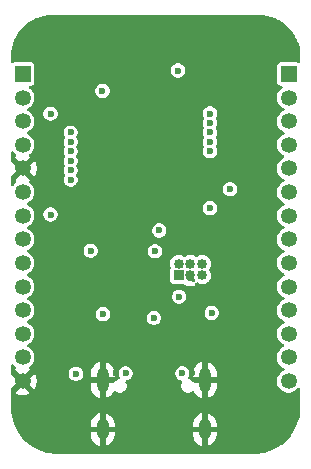
<source format=gbr>
%TF.GenerationSoftware,KiCad,Pcbnew,9.0.4*%
%TF.CreationDate,2025-12-08T21:07:13-08:00*%
%TF.ProjectId,ATmega32u4_Dev,41546d65-6761-4333-9275-345f4465762e,rev?*%
%TF.SameCoordinates,Original*%
%TF.FileFunction,Copper,L2,Inr*%
%TF.FilePolarity,Positive*%
%FSLAX46Y46*%
G04 Gerber Fmt 4.6, Leading zero omitted, Abs format (unit mm)*
G04 Created by KiCad (PCBNEW 9.0.4) date 2025-12-08 21:07:13*
%MOMM*%
%LPD*%
G01*
G04 APERTURE LIST*
%TA.AperFunction,ComponentPad*%
%ADD10R,1.350000X1.350000*%
%TD*%
%TA.AperFunction,ComponentPad*%
%ADD11C,1.350000*%
%TD*%
%TA.AperFunction,ComponentPad*%
%ADD12R,0.850000X0.850000*%
%TD*%
%TA.AperFunction,ComponentPad*%
%ADD13C,0.850000*%
%TD*%
%TA.AperFunction,ComponentPad*%
%ADD14O,1.000000X2.100000*%
%TD*%
%TA.AperFunction,ComponentPad*%
%ADD15O,1.000000X1.800000*%
%TD*%
%TA.AperFunction,ViaPad*%
%ADD16C,0.600000*%
%TD*%
G04 APERTURE END LIST*
D10*
%TO.N,/PD7*%
%TO.C,J3*%
X170250000Y-85450000D03*
D11*
%TO.N,/PD6*%
X170250000Y-87450000D03*
%TO.N,/PD4*%
X170250000Y-89450000D03*
%TO.N,/PD5*%
X170250000Y-91450000D03*
%TO.N,/PD3*%
X170250000Y-93450000D03*
%TO.N,/PD2*%
X170250000Y-95450000D03*
%TO.N,/PD1*%
X170250000Y-97450000D03*
%TO.N,/PD0*%
X170250000Y-99450000D03*
%TO.N,/PB7*%
X170250000Y-101450000D03*
%TO.N,/PB0*%
X170250000Y-103450000D03*
%TO.N,SCL*%
X170250000Y-105450000D03*
%TO.N,MOSI*%
X170250000Y-107450000D03*
%TO.N,MISO*%
X170250000Y-109450000D03*
%TO.N,Reset*%
X170250000Y-111450000D03*
%TD*%
D12*
%TO.N,MCU_5V*%
%TO.C,J2*%
X160950000Y-102500000D03*
D13*
%TO.N,SCL*%
X160950000Y-101500000D03*
%TO.N,GND*%
X161950000Y-102500000D03*
%TO.N,MOSI*%
X161950000Y-101500000D03*
%TO.N,Reset*%
X162950000Y-102500000D03*
%TO.N,MISO*%
X162950000Y-101500000D03*
%TD*%
D14*
%TO.N,GND*%
%TO.C,J1*%
X154530000Y-111370000D03*
X163170000Y-111370000D03*
D15*
X154530000Y-115550000D03*
X163170000Y-115550000D03*
%TD*%
D10*
%TO.N,/PB4*%
%TO.C,J4*%
X147750000Y-85450000D03*
D11*
%TO.N,/PB5*%
X147750000Y-87450000D03*
%TO.N,/PB6*%
X147750000Y-89450000D03*
%TO.N,/PC6*%
X147750000Y-91450000D03*
%TO.N,GND*%
X147750000Y-93450000D03*
%TO.N,/PF7*%
X147750000Y-95450000D03*
%TO.N,/PF6*%
X147750000Y-97450000D03*
%TO.N,/PF0*%
X147750000Y-99450000D03*
%TO.N,/PF1*%
X147750000Y-101450000D03*
%TO.N,/PF4*%
X147750000Y-103450000D03*
%TO.N,/PF5*%
X147750000Y-105450000D03*
%TO.N,/PE6*%
X147750000Y-107450000D03*
%TO.N,MCU_5V*%
X147750000Y-109450000D03*
%TO.N,GND*%
X147750000Y-111450000D03*
%TD*%
D16*
%TO.N,GND*%
X148450000Y-82050000D03*
X156900000Y-98700000D03*
X161850000Y-85150000D03*
X152680000Y-85150000D03*
X151800000Y-89600000D03*
X151800000Y-96000000D03*
X161950000Y-104300000D03*
X155000000Y-107550000D03*
X166250000Y-95200000D03*
X154225000Y-83700000D03*
X167450000Y-83100000D03*
X155650000Y-110795000D03*
X153500000Y-101380000D03*
X150100000Y-98310000D03*
X158850000Y-108650000D03*
X167675000Y-91050000D03*
X150400000Y-83100000D03*
X167200000Y-89500000D03*
X162725000Y-83375000D03*
X157750000Y-81325000D03*
X162750000Y-108662500D03*
X155950000Y-106940000D03*
X157950000Y-101430000D03*
X151650000Y-109400000D03*
X151200000Y-113837500D03*
X162050000Y-110795000D03*
X150100000Y-96200000D03*
X161700000Y-86900000D03*
X163600000Y-94400000D03*
X167650000Y-95750000D03*
X150100000Y-89780000D03*
X158950000Y-101430000D03*
X165925000Y-93350000D03*
X161200000Y-107040000D03*
X169575000Y-82075000D03*
X166325000Y-107975000D03*
%TO.N,MCU_5V*%
X158850000Y-106100000D03*
X150100000Y-88820000D03*
X158950000Y-100470000D03*
X160900000Y-85160000D03*
X153500000Y-100420000D03*
X160990000Y-104300000D03*
X150100000Y-97350000D03*
X163750000Y-105687500D03*
X165300000Y-95200000D03*
X154550000Y-105765000D03*
%TO.N,/VBUS*%
X156450000Y-110795000D03*
X161250000Y-110795000D03*
%TO.N,/PD2*%
X163600000Y-90400000D03*
%TO.N,/PB7*%
X163600000Y-96800000D03*
%TO.N,/PD0*%
X163600000Y-92000000D03*
%TO.N,/PB0*%
X159300000Y-98700000D03*
%TO.N,/PD3*%
X163600000Y-89600000D03*
%TO.N,/PC7*%
X154500000Y-86900000D03*
X152250000Y-110837500D03*
%TO.N,/PD1*%
X163600000Y-91200000D03*
%TO.N,/PF4*%
X151800000Y-92800000D03*
%TO.N,/PF5*%
X151800000Y-92000000D03*
%TO.N,/PD5*%
X163600000Y-88800000D03*
%TO.N,/PF7*%
X151800000Y-90400000D03*
%TO.N,/PF6*%
X151800000Y-91200000D03*
%TO.N,/PF1*%
X151800000Y-93600000D03*
%TO.N,/PF0*%
X151800000Y-94400000D03*
%TD*%
%TA.AperFunction,Conductor*%
%TO.N,GND*%
G36*
X162224184Y-102516016D02*
G01*
X162224500Y-102524861D01*
X162224500Y-102571455D01*
X162224500Y-102571457D01*
X162224499Y-102571457D01*
X162252379Y-102711614D01*
X162252381Y-102711620D01*
X162307069Y-102843650D01*
X162307074Y-102843659D01*
X162346567Y-102902764D01*
X162367445Y-102969442D01*
X162348960Y-103036822D01*
X162296981Y-103083512D01*
X162228011Y-103094688D01*
X162163948Y-103066802D01*
X162155784Y-103059336D01*
X161950001Y-102853553D01*
X161949999Y-102853553D01*
X161887179Y-102916372D01*
X161825856Y-102949856D01*
X161756164Y-102944871D01*
X161700231Y-102902999D01*
X161675815Y-102837535D01*
X161675499Y-102828713D01*
X161675499Y-102524859D01*
X161695184Y-102457822D01*
X161700000Y-102453648D01*
X161700000Y-102549728D01*
X161738060Y-102641614D01*
X161808386Y-102711940D01*
X161900272Y-102750000D01*
X161999728Y-102750000D01*
X162091614Y-102711940D01*
X162161940Y-102641614D01*
X162200000Y-102549728D01*
X162200000Y-102451176D01*
X162224184Y-102516016D01*
G37*
%TD.AperFunction*%
%TA.AperFunction,Conductor*%
G36*
X167753032Y-80450648D02*
G01*
X168086929Y-80467052D01*
X168099037Y-80468245D01*
X168202146Y-80483539D01*
X168426699Y-80516849D01*
X168438617Y-80519219D01*
X168759951Y-80599709D01*
X168771588Y-80603240D01*
X168842806Y-80628722D01*
X169083467Y-80714832D01*
X169094688Y-80719479D01*
X169394163Y-80861120D01*
X169404871Y-80866844D01*
X169688988Y-81037137D01*
X169699106Y-81043897D01*
X169965170Y-81241224D01*
X169974576Y-81248944D01*
X170220013Y-81471395D01*
X170228604Y-81479986D01*
X170415755Y-81686475D01*
X170451055Y-81725423D01*
X170458775Y-81734829D01*
X170656102Y-82000893D01*
X170662862Y-82011011D01*
X170791776Y-82226092D01*
X170833148Y-82295116D01*
X170838885Y-82305848D01*
X170980514Y-82605297D01*
X170985170Y-82616540D01*
X171096759Y-82928411D01*
X171100292Y-82940055D01*
X171180777Y-83261369D01*
X171183151Y-83273305D01*
X171231754Y-83600962D01*
X171232947Y-83613071D01*
X171249351Y-83946966D01*
X171249500Y-83953051D01*
X171249500Y-84399490D01*
X171229815Y-84466529D01*
X171177011Y-84512284D01*
X171107853Y-84522228D01*
X171075414Y-84512925D01*
X171060211Y-84506212D01*
X170994991Y-84477415D01*
X170969865Y-84474500D01*
X169530143Y-84474500D01*
X169530117Y-84474502D01*
X169505012Y-84477413D01*
X169505008Y-84477415D01*
X169402235Y-84522793D01*
X169322794Y-84602234D01*
X169277415Y-84705006D01*
X169277415Y-84705008D01*
X169274500Y-84730131D01*
X169274500Y-86169856D01*
X169274502Y-86169882D01*
X169277413Y-86194987D01*
X169277415Y-86194991D01*
X169322793Y-86297764D01*
X169322794Y-86297765D01*
X169402235Y-86377206D01*
X169505009Y-86422585D01*
X169530135Y-86425500D01*
X169618647Y-86425499D01*
X169685683Y-86445183D01*
X169731439Y-86497986D01*
X169741383Y-86567145D01*
X169712359Y-86630701D01*
X169687537Y-86652600D01*
X169628158Y-86692277D01*
X169628151Y-86692282D01*
X169492282Y-86828151D01*
X169492279Y-86828155D01*
X169385521Y-86987929D01*
X169385520Y-86987931D01*
X169311989Y-87165452D01*
X169311986Y-87165464D01*
X169274500Y-87353917D01*
X169274500Y-87546082D01*
X169311986Y-87734535D01*
X169311989Y-87734547D01*
X169385520Y-87912068D01*
X169385521Y-87912070D01*
X169492279Y-88071844D01*
X169492282Y-88071848D01*
X169628151Y-88207717D01*
X169628155Y-88207720D01*
X169787927Y-88314477D01*
X169787928Y-88314477D01*
X169787929Y-88314478D01*
X169838533Y-88335439D01*
X169892936Y-88379280D01*
X169915001Y-88445574D01*
X169897722Y-88513274D01*
X169846584Y-88560884D01*
X169838533Y-88564561D01*
X169787929Y-88585521D01*
X169628155Y-88692279D01*
X169628151Y-88692282D01*
X169492282Y-88828151D01*
X169492279Y-88828155D01*
X169385521Y-88987929D01*
X169385520Y-88987931D01*
X169311989Y-89165452D01*
X169311986Y-89165464D01*
X169274500Y-89353917D01*
X169274500Y-89546082D01*
X169311986Y-89734535D01*
X169311989Y-89734547D01*
X169385520Y-89912068D01*
X169385521Y-89912070D01*
X169492279Y-90071844D01*
X169492282Y-90071848D01*
X169628151Y-90207717D01*
X169628155Y-90207720D01*
X169787927Y-90314477D01*
X169787928Y-90314477D01*
X169787929Y-90314478D01*
X169838533Y-90335439D01*
X169892936Y-90379280D01*
X169915001Y-90445574D01*
X169897722Y-90513274D01*
X169846584Y-90560884D01*
X169838533Y-90564561D01*
X169787929Y-90585521D01*
X169628155Y-90692279D01*
X169628151Y-90692282D01*
X169492282Y-90828151D01*
X169492279Y-90828155D01*
X169385521Y-90987929D01*
X169385520Y-90987931D01*
X169311989Y-91165452D01*
X169311986Y-91165464D01*
X169274500Y-91353917D01*
X169274500Y-91546082D01*
X169311986Y-91734535D01*
X169311989Y-91734547D01*
X169385520Y-91912068D01*
X169385521Y-91912070D01*
X169492279Y-92071844D01*
X169492282Y-92071848D01*
X169628151Y-92207717D01*
X169628155Y-92207720D01*
X169787927Y-92314477D01*
X169787928Y-92314477D01*
X169787929Y-92314478D01*
X169838533Y-92335439D01*
X169892936Y-92379280D01*
X169915001Y-92445574D01*
X169897722Y-92513274D01*
X169846584Y-92560884D01*
X169838533Y-92564561D01*
X169787929Y-92585521D01*
X169628155Y-92692279D01*
X169628151Y-92692282D01*
X169492282Y-92828151D01*
X169492279Y-92828155D01*
X169385521Y-92987929D01*
X169385520Y-92987931D01*
X169311989Y-93165452D01*
X169311986Y-93165464D01*
X169274500Y-93353917D01*
X169274500Y-93546082D01*
X169311986Y-93734535D01*
X169311989Y-93734547D01*
X169385520Y-93912068D01*
X169385521Y-93912070D01*
X169492279Y-94071844D01*
X169492282Y-94071848D01*
X169628151Y-94207717D01*
X169628155Y-94207720D01*
X169787927Y-94314477D01*
X169787928Y-94314477D01*
X169787929Y-94314478D01*
X169838533Y-94335439D01*
X169892936Y-94379280D01*
X169915001Y-94445574D01*
X169897722Y-94513274D01*
X169846584Y-94560884D01*
X169838533Y-94564561D01*
X169787929Y-94585521D01*
X169628155Y-94692279D01*
X169628151Y-94692282D01*
X169492282Y-94828151D01*
X169492279Y-94828155D01*
X169385521Y-94987929D01*
X169385520Y-94987931D01*
X169311989Y-95165452D01*
X169311986Y-95165464D01*
X169274500Y-95353917D01*
X169274500Y-95546082D01*
X169311986Y-95734535D01*
X169311989Y-95734547D01*
X169385520Y-95912068D01*
X169385521Y-95912070D01*
X169492279Y-96071844D01*
X169492282Y-96071848D01*
X169628151Y-96207717D01*
X169628155Y-96207720D01*
X169787927Y-96314477D01*
X169787928Y-96314477D01*
X169787929Y-96314478D01*
X169838533Y-96335439D01*
X169892936Y-96379280D01*
X169915001Y-96445574D01*
X169897722Y-96513274D01*
X169846584Y-96560884D01*
X169838533Y-96564561D01*
X169787929Y-96585521D01*
X169628155Y-96692279D01*
X169628151Y-96692282D01*
X169492282Y-96828151D01*
X169492279Y-96828155D01*
X169385521Y-96987929D01*
X169385520Y-96987931D01*
X169311989Y-97165452D01*
X169311986Y-97165464D01*
X169274500Y-97353917D01*
X169274500Y-97546082D01*
X169311986Y-97734535D01*
X169311989Y-97734547D01*
X169385520Y-97912068D01*
X169385521Y-97912070D01*
X169492279Y-98071844D01*
X169492282Y-98071848D01*
X169628151Y-98207717D01*
X169628155Y-98207720D01*
X169787927Y-98314477D01*
X169787928Y-98314477D01*
X169787929Y-98314478D01*
X169838533Y-98335439D01*
X169892936Y-98379280D01*
X169915001Y-98445574D01*
X169897722Y-98513274D01*
X169846584Y-98560884D01*
X169838533Y-98564561D01*
X169787929Y-98585521D01*
X169628155Y-98692279D01*
X169628151Y-98692282D01*
X169492282Y-98828151D01*
X169492279Y-98828155D01*
X169385521Y-98987929D01*
X169385520Y-98987931D01*
X169311989Y-99165452D01*
X169311986Y-99165464D01*
X169274500Y-99353917D01*
X169274500Y-99546082D01*
X169311986Y-99734535D01*
X169311989Y-99734547D01*
X169385520Y-99912068D01*
X169385521Y-99912070D01*
X169492279Y-100071844D01*
X169492282Y-100071848D01*
X169628151Y-100207717D01*
X169628155Y-100207720D01*
X169787927Y-100314477D01*
X169787928Y-100314477D01*
X169787929Y-100314478D01*
X169838533Y-100335439D01*
X169892936Y-100379280D01*
X169915001Y-100445574D01*
X169897722Y-100513274D01*
X169846584Y-100560884D01*
X169838533Y-100564561D01*
X169787929Y-100585521D01*
X169628155Y-100692279D01*
X169628151Y-100692282D01*
X169492282Y-100828151D01*
X169492279Y-100828155D01*
X169385521Y-100987929D01*
X169385520Y-100987931D01*
X169311989Y-101165452D01*
X169311986Y-101165464D01*
X169274500Y-101353917D01*
X169274500Y-101546082D01*
X169311986Y-101734535D01*
X169311989Y-101734547D01*
X169385520Y-101912068D01*
X169385521Y-101912070D01*
X169492279Y-102071844D01*
X169492282Y-102071848D01*
X169628151Y-102207717D01*
X169628155Y-102207720D01*
X169787927Y-102314477D01*
X169787928Y-102314477D01*
X169787929Y-102314478D01*
X169838533Y-102335439D01*
X169892936Y-102379280D01*
X169915001Y-102445574D01*
X169897722Y-102513274D01*
X169846584Y-102560884D01*
X169838533Y-102564561D01*
X169787929Y-102585521D01*
X169628155Y-102692279D01*
X169628151Y-102692282D01*
X169492282Y-102828151D01*
X169492279Y-102828155D01*
X169385521Y-102987929D01*
X169385520Y-102987931D01*
X169311989Y-103165452D01*
X169311986Y-103165464D01*
X169274500Y-103353917D01*
X169274500Y-103546082D01*
X169311986Y-103734535D01*
X169311989Y-103734547D01*
X169385520Y-103912068D01*
X169385521Y-103912070D01*
X169492279Y-104071844D01*
X169492282Y-104071848D01*
X169628151Y-104207717D01*
X169628155Y-104207720D01*
X169787927Y-104314477D01*
X169787928Y-104314477D01*
X169787929Y-104314478D01*
X169838533Y-104335439D01*
X169892936Y-104379280D01*
X169915001Y-104445574D01*
X169897722Y-104513274D01*
X169846584Y-104560884D01*
X169838533Y-104564561D01*
X169787929Y-104585521D01*
X169628155Y-104692279D01*
X169628151Y-104692282D01*
X169492282Y-104828151D01*
X169492279Y-104828155D01*
X169385521Y-104987929D01*
X169385520Y-104987931D01*
X169311989Y-105165452D01*
X169311986Y-105165464D01*
X169274500Y-105353917D01*
X169274500Y-105546082D01*
X169311986Y-105734535D01*
X169311989Y-105734547D01*
X169385520Y-105912068D01*
X169385521Y-105912070D01*
X169492279Y-106071844D01*
X169492282Y-106071848D01*
X169628151Y-106207717D01*
X169628155Y-106207720D01*
X169787927Y-106314477D01*
X169787928Y-106314477D01*
X169787929Y-106314478D01*
X169838533Y-106335439D01*
X169892936Y-106379280D01*
X169915001Y-106445574D01*
X169897722Y-106513274D01*
X169846584Y-106560884D01*
X169838533Y-106564561D01*
X169787929Y-106585521D01*
X169628155Y-106692279D01*
X169628151Y-106692282D01*
X169492282Y-106828151D01*
X169492279Y-106828155D01*
X169385521Y-106987929D01*
X169385520Y-106987931D01*
X169311989Y-107165452D01*
X169311986Y-107165464D01*
X169274500Y-107353917D01*
X169274500Y-107546082D01*
X169311986Y-107734535D01*
X169311989Y-107734547D01*
X169385520Y-107912068D01*
X169385521Y-107912070D01*
X169492279Y-108071844D01*
X169492282Y-108071848D01*
X169628151Y-108207717D01*
X169628155Y-108207720D01*
X169787927Y-108314477D01*
X169787928Y-108314477D01*
X169787929Y-108314478D01*
X169838533Y-108335439D01*
X169892936Y-108379280D01*
X169915001Y-108445574D01*
X169897722Y-108513274D01*
X169846584Y-108560884D01*
X169838533Y-108564561D01*
X169787929Y-108585521D01*
X169628155Y-108692279D01*
X169628151Y-108692282D01*
X169492282Y-108828151D01*
X169492279Y-108828155D01*
X169385521Y-108987929D01*
X169385520Y-108987931D01*
X169311989Y-109165452D01*
X169311986Y-109165464D01*
X169274500Y-109353917D01*
X169274500Y-109546082D01*
X169311986Y-109734535D01*
X169311989Y-109734547D01*
X169385520Y-109912068D01*
X169385521Y-109912070D01*
X169492279Y-110071844D01*
X169492282Y-110071848D01*
X169628151Y-110207717D01*
X169628155Y-110207720D01*
X169787927Y-110314477D01*
X169787928Y-110314477D01*
X169787929Y-110314478D01*
X169838533Y-110335439D01*
X169892936Y-110379280D01*
X169915001Y-110445574D01*
X169897722Y-110513274D01*
X169846584Y-110560884D01*
X169838533Y-110564561D01*
X169787929Y-110585521D01*
X169628155Y-110692279D01*
X169628151Y-110692282D01*
X169492282Y-110828151D01*
X169492279Y-110828155D01*
X169385521Y-110987929D01*
X169385520Y-110987931D01*
X169311989Y-111165452D01*
X169311986Y-111165464D01*
X169274500Y-111353917D01*
X169274500Y-111546082D01*
X169311986Y-111734535D01*
X169311989Y-111734547D01*
X169385520Y-111912068D01*
X169385521Y-111912070D01*
X169492279Y-112071844D01*
X169492282Y-112071848D01*
X169628151Y-112207717D01*
X169628155Y-112207720D01*
X169787927Y-112314477D01*
X169787928Y-112314477D01*
X169787929Y-112314478D01*
X169787931Y-112314479D01*
X169965452Y-112388010D01*
X169965457Y-112388012D01*
X170153917Y-112425499D01*
X170153920Y-112425500D01*
X170153922Y-112425500D01*
X170346080Y-112425500D01*
X170346081Y-112425499D01*
X170534543Y-112388012D01*
X170712073Y-112314477D01*
X170871845Y-112207720D01*
X171007720Y-112071845D01*
X171022397Y-112049878D01*
X171076009Y-112005073D01*
X171145334Y-111996366D01*
X171208362Y-112026520D01*
X171245082Y-112085963D01*
X171249500Y-112118769D01*
X171249500Y-113647128D01*
X171249368Y-113652855D01*
X171232703Y-114013303D01*
X171231646Y-114024707D01*
X171182192Y-114379231D01*
X171180087Y-114390490D01*
X171098135Y-114738931D01*
X171095001Y-114749947D01*
X170981243Y-115089355D01*
X170977105Y-115100035D01*
X170832523Y-115427482D01*
X170827418Y-115437735D01*
X170653234Y-115750452D01*
X170647205Y-115760190D01*
X170444906Y-116055512D01*
X170438003Y-116064652D01*
X170209328Y-116340035D01*
X170201612Y-116348499D01*
X169948499Y-116601612D01*
X169940035Y-116609328D01*
X169664652Y-116838003D01*
X169655512Y-116844906D01*
X169360190Y-117047205D01*
X169350452Y-117053234D01*
X169037735Y-117227418D01*
X169027482Y-117232523D01*
X168700035Y-117377105D01*
X168689355Y-117381243D01*
X168349947Y-117495001D01*
X168338931Y-117498135D01*
X167990490Y-117580087D01*
X167979231Y-117582192D01*
X167624707Y-117631646D01*
X167613303Y-117632703D01*
X167252855Y-117649368D01*
X167247128Y-117649500D01*
X150752872Y-117649500D01*
X150747145Y-117649368D01*
X150386696Y-117632703D01*
X150375292Y-117631646D01*
X150020768Y-117582192D01*
X150009509Y-117580087D01*
X149661068Y-117498135D01*
X149650052Y-117495001D01*
X149310644Y-117381243D01*
X149299964Y-117377105D01*
X148972517Y-117232523D01*
X148962264Y-117227418D01*
X148649547Y-117053234D01*
X148639809Y-117047205D01*
X148344487Y-116844906D01*
X148335347Y-116838003D01*
X148059964Y-116609328D01*
X148051500Y-116601612D01*
X147798387Y-116348499D01*
X147790671Y-116340035D01*
X147708999Y-116241681D01*
X147561994Y-116064649D01*
X147555093Y-116055512D01*
X147550286Y-116048495D01*
X147392884Y-115818714D01*
X147352794Y-115760189D01*
X147346765Y-115750452D01*
X147257283Y-115589803D01*
X147172579Y-115437731D01*
X147167476Y-115427482D01*
X147022889Y-115100022D01*
X147018763Y-115089376D01*
X147006070Y-115051504D01*
X153530000Y-115051504D01*
X153530000Y-115300000D01*
X154230000Y-115300000D01*
X154230000Y-115800000D01*
X153530000Y-115800000D01*
X153530000Y-116048495D01*
X153568427Y-116241681D01*
X153568430Y-116241693D01*
X153643807Y-116423671D01*
X153643814Y-116423684D01*
X153753248Y-116587462D01*
X153753251Y-116587466D01*
X153892533Y-116726748D01*
X153892537Y-116726751D01*
X154056315Y-116836185D01*
X154056328Y-116836192D01*
X154238308Y-116911569D01*
X154280000Y-116919862D01*
X154280000Y-116116988D01*
X154289940Y-116134205D01*
X154345795Y-116190060D01*
X154414204Y-116229556D01*
X154490504Y-116250000D01*
X154569496Y-116250000D01*
X154645796Y-116229556D01*
X154714205Y-116190060D01*
X154770060Y-116134205D01*
X154780000Y-116116988D01*
X154780000Y-116919862D01*
X154821690Y-116911569D01*
X154821692Y-116911569D01*
X155003671Y-116836192D01*
X155003684Y-116836185D01*
X155167462Y-116726751D01*
X155167466Y-116726748D01*
X155306748Y-116587466D01*
X155306751Y-116587462D01*
X155416185Y-116423684D01*
X155416192Y-116423671D01*
X155491569Y-116241693D01*
X155491572Y-116241681D01*
X155529999Y-116048495D01*
X155530000Y-116048492D01*
X155530000Y-115800000D01*
X154830000Y-115800000D01*
X154830000Y-115300000D01*
X155530000Y-115300000D01*
X155530000Y-115051508D01*
X155529999Y-115051504D01*
X162170000Y-115051504D01*
X162170000Y-115300000D01*
X162870000Y-115300000D01*
X162870000Y-115800000D01*
X162170000Y-115800000D01*
X162170000Y-116048495D01*
X162208427Y-116241681D01*
X162208430Y-116241693D01*
X162283807Y-116423671D01*
X162283814Y-116423684D01*
X162393248Y-116587462D01*
X162393251Y-116587466D01*
X162532533Y-116726748D01*
X162532537Y-116726751D01*
X162696315Y-116836185D01*
X162696328Y-116836192D01*
X162878308Y-116911569D01*
X162920000Y-116919862D01*
X162920000Y-116116988D01*
X162929940Y-116134205D01*
X162985795Y-116190060D01*
X163054204Y-116229556D01*
X163130504Y-116250000D01*
X163209496Y-116250000D01*
X163285796Y-116229556D01*
X163354205Y-116190060D01*
X163410060Y-116134205D01*
X163420000Y-116116988D01*
X163420000Y-116919862D01*
X163461690Y-116911569D01*
X163461692Y-116911569D01*
X163643671Y-116836192D01*
X163643684Y-116836185D01*
X163807462Y-116726751D01*
X163807466Y-116726748D01*
X163946748Y-116587466D01*
X163946751Y-116587462D01*
X164056185Y-116423684D01*
X164056192Y-116423671D01*
X164131569Y-116241693D01*
X164131572Y-116241681D01*
X164169999Y-116048495D01*
X164170000Y-116048492D01*
X164170000Y-115800000D01*
X163470000Y-115800000D01*
X163470000Y-115300000D01*
X164170000Y-115300000D01*
X164170000Y-115051508D01*
X164169999Y-115051504D01*
X164131572Y-114858318D01*
X164131569Y-114858306D01*
X164056192Y-114676328D01*
X164056185Y-114676315D01*
X163946751Y-114512537D01*
X163946748Y-114512533D01*
X163807466Y-114373251D01*
X163807462Y-114373248D01*
X163643684Y-114263814D01*
X163643671Y-114263807D01*
X163461691Y-114188429D01*
X163461683Y-114188427D01*
X163420000Y-114180135D01*
X163420000Y-114983011D01*
X163410060Y-114965795D01*
X163354205Y-114909940D01*
X163285796Y-114870444D01*
X163209496Y-114850000D01*
X163130504Y-114850000D01*
X163054204Y-114870444D01*
X162985795Y-114909940D01*
X162929940Y-114965795D01*
X162920000Y-114983011D01*
X162920000Y-114180136D01*
X162919999Y-114180135D01*
X162878316Y-114188427D01*
X162878308Y-114188429D01*
X162696328Y-114263807D01*
X162696315Y-114263814D01*
X162532537Y-114373248D01*
X162532533Y-114373251D01*
X162393251Y-114512533D01*
X162393248Y-114512537D01*
X162283814Y-114676315D01*
X162283807Y-114676328D01*
X162208430Y-114858306D01*
X162208427Y-114858318D01*
X162170000Y-115051504D01*
X155529999Y-115051504D01*
X155491572Y-114858318D01*
X155491569Y-114858306D01*
X155416192Y-114676328D01*
X155416185Y-114676315D01*
X155306751Y-114512537D01*
X155306748Y-114512533D01*
X155167466Y-114373251D01*
X155167462Y-114373248D01*
X155003684Y-114263814D01*
X155003671Y-114263807D01*
X154821691Y-114188429D01*
X154821683Y-114188427D01*
X154780000Y-114180135D01*
X154780000Y-114983011D01*
X154770060Y-114965795D01*
X154714205Y-114909940D01*
X154645796Y-114870444D01*
X154569496Y-114850000D01*
X154490504Y-114850000D01*
X154414204Y-114870444D01*
X154345795Y-114909940D01*
X154289940Y-114965795D01*
X154280000Y-114983011D01*
X154280000Y-114180136D01*
X154279999Y-114180135D01*
X154238316Y-114188427D01*
X154238308Y-114188429D01*
X154056328Y-114263807D01*
X154056315Y-114263814D01*
X153892537Y-114373248D01*
X153892533Y-114373251D01*
X153753251Y-114512533D01*
X153753248Y-114512537D01*
X153643814Y-114676315D01*
X153643807Y-114676328D01*
X153568430Y-114858306D01*
X153568427Y-114858318D01*
X153530000Y-115051504D01*
X147006070Y-115051504D01*
X146904994Y-114749934D01*
X146901867Y-114738944D01*
X146819910Y-114390482D01*
X146817807Y-114379231D01*
X146816972Y-114373248D01*
X146768352Y-114024700D01*
X146767296Y-114013303D01*
X146750632Y-113652855D01*
X146750500Y-113647128D01*
X146750500Y-112147309D01*
X146770185Y-112080270D01*
X146786819Y-112059628D01*
X147350000Y-111496447D01*
X147350000Y-111502661D01*
X147377259Y-111604394D01*
X147429920Y-111695606D01*
X147504394Y-111770080D01*
X147595606Y-111822741D01*
X147697339Y-111850000D01*
X147703553Y-111850000D01*
X147113568Y-112439983D01*
X147113568Y-112439984D01*
X147134165Y-112454949D01*
X147298956Y-112538915D01*
X147298959Y-112538916D01*
X147474852Y-112596066D01*
X147657527Y-112625000D01*
X147842473Y-112625000D01*
X148025147Y-112596066D01*
X148201040Y-112538916D01*
X148201043Y-112538915D01*
X148365836Y-112454947D01*
X148365845Y-112454942D01*
X148386430Y-112439984D01*
X148386431Y-112439983D01*
X147796448Y-111850000D01*
X147802661Y-111850000D01*
X147904394Y-111822741D01*
X147995606Y-111770080D01*
X148070080Y-111695606D01*
X148122741Y-111604394D01*
X148150000Y-111502661D01*
X148150000Y-111496448D01*
X148739983Y-112086431D01*
X148739984Y-112086430D01*
X148754942Y-112065845D01*
X148754947Y-112065836D01*
X148838915Y-111901043D01*
X148838916Y-111901040D01*
X148896066Y-111725147D01*
X148923928Y-111549240D01*
X148923928Y-111549238D01*
X148925000Y-111542470D01*
X148925000Y-111357526D01*
X148896066Y-111174852D01*
X148838916Y-110998959D01*
X148838915Y-110998956D01*
X148754948Y-110834163D01*
X148754946Y-110834159D01*
X148746986Y-110823204D01*
X148746985Y-110823203D01*
X148739985Y-110813568D01*
X148739983Y-110813568D01*
X148150000Y-111403551D01*
X148150000Y-111397339D01*
X148122741Y-111295606D01*
X148070080Y-111204394D01*
X147995606Y-111129920D01*
X147904394Y-111077259D01*
X147802661Y-111050000D01*
X147796447Y-111050000D01*
X148088004Y-110758443D01*
X151649500Y-110758443D01*
X151649500Y-110916557D01*
X151668624Y-110987927D01*
X151690423Y-111069283D01*
X151690426Y-111069290D01*
X151769475Y-111206209D01*
X151769479Y-111206214D01*
X151769480Y-111206216D01*
X151881284Y-111318020D01*
X151881286Y-111318021D01*
X151881290Y-111318024D01*
X152018209Y-111397073D01*
X152018216Y-111397077D01*
X152170943Y-111438000D01*
X152170945Y-111438000D01*
X152329055Y-111438000D01*
X152329057Y-111438000D01*
X152481784Y-111397077D01*
X152618716Y-111318020D01*
X152730520Y-111206216D01*
X152809577Y-111069284D01*
X152850500Y-110916557D01*
X152850500Y-110758443D01*
X152840602Y-110721504D01*
X153530000Y-110721504D01*
X153530000Y-111120000D01*
X154230000Y-111120000D01*
X154230000Y-111620000D01*
X153530000Y-111620000D01*
X153530000Y-112018495D01*
X153568427Y-112211681D01*
X153568430Y-112211693D01*
X153643807Y-112393671D01*
X153643814Y-112393684D01*
X153753248Y-112557462D01*
X153753251Y-112557466D01*
X153892533Y-112696748D01*
X153892537Y-112696751D01*
X154056315Y-112806185D01*
X154056328Y-112806192D01*
X154238308Y-112881569D01*
X154280000Y-112889862D01*
X154280000Y-112086988D01*
X154289940Y-112104205D01*
X154345795Y-112160060D01*
X154414204Y-112199556D01*
X154490504Y-112220000D01*
X154569496Y-112220000D01*
X154645796Y-112199556D01*
X154714205Y-112160060D01*
X154770060Y-112104205D01*
X154780000Y-112086988D01*
X154780000Y-112889862D01*
X154821690Y-112881569D01*
X154821692Y-112881569D01*
X155003671Y-112806192D01*
X155003684Y-112806185D01*
X155167462Y-112696751D01*
X155167466Y-112696748D01*
X155306748Y-112557466D01*
X155306751Y-112557462D01*
X155416185Y-112393684D01*
X155416186Y-112393682D01*
X155420129Y-112384163D01*
X155463968Y-112329757D01*
X155530261Y-112307689D01*
X155597961Y-112324965D01*
X155603400Y-112328647D01*
X155606634Y-112330514D01*
X155606635Y-112330515D01*
X155737865Y-112406281D01*
X155884234Y-112445500D01*
X155884236Y-112445500D01*
X156035764Y-112445500D01*
X156035766Y-112445500D01*
X156182135Y-112406281D01*
X156313365Y-112330515D01*
X156420515Y-112223365D01*
X156496281Y-112092135D01*
X156535500Y-111945766D01*
X156535500Y-111794234D01*
X156496281Y-111647865D01*
X156455288Y-111576864D01*
X156438816Y-111508966D01*
X156461668Y-111442939D01*
X156516589Y-111399748D01*
X156530565Y-111395095D01*
X156681784Y-111354577D01*
X156818716Y-111275520D01*
X156930520Y-111163716D01*
X157009577Y-111026784D01*
X157050500Y-110874057D01*
X157050500Y-110715943D01*
X160649500Y-110715943D01*
X160649500Y-110874057D01*
X160682968Y-110998959D01*
X160690423Y-111026783D01*
X160690426Y-111026790D01*
X160769475Y-111163709D01*
X160769479Y-111163714D01*
X160769480Y-111163716D01*
X160881284Y-111275520D01*
X160881286Y-111275521D01*
X160881290Y-111275524D01*
X160982090Y-111333720D01*
X161018216Y-111354577D01*
X161169418Y-111395091D01*
X161229077Y-111431455D01*
X161259606Y-111494302D01*
X161251311Y-111563677D01*
X161244710Y-111576865D01*
X161203720Y-111647861D01*
X161203720Y-111647862D01*
X161164500Y-111794234D01*
X161164500Y-111945765D01*
X161203719Y-112092136D01*
X161219096Y-112118769D01*
X161279485Y-112223365D01*
X161386635Y-112330515D01*
X161517865Y-112406281D01*
X161664234Y-112445500D01*
X161664236Y-112445500D01*
X161815764Y-112445500D01*
X161815766Y-112445500D01*
X161962135Y-112406281D01*
X162093365Y-112330515D01*
X162093366Y-112330513D01*
X162100403Y-112326451D01*
X162101676Y-112328656D01*
X162154956Y-112308043D01*
X162223405Y-112322063D01*
X162273407Y-112370864D01*
X162279867Y-112384157D01*
X162283809Y-112393674D01*
X162283814Y-112393684D01*
X162393248Y-112557462D01*
X162393251Y-112557466D01*
X162532533Y-112696748D01*
X162532537Y-112696751D01*
X162696315Y-112806185D01*
X162696328Y-112806192D01*
X162878308Y-112881569D01*
X162920000Y-112889862D01*
X162920000Y-112086988D01*
X162929940Y-112104205D01*
X162985795Y-112160060D01*
X163054204Y-112199556D01*
X163130504Y-112220000D01*
X163209496Y-112220000D01*
X163285796Y-112199556D01*
X163354205Y-112160060D01*
X163410060Y-112104205D01*
X163420000Y-112086988D01*
X163420000Y-112889862D01*
X163461690Y-112881569D01*
X163461692Y-112881569D01*
X163643671Y-112806192D01*
X163643684Y-112806185D01*
X163807462Y-112696751D01*
X163807466Y-112696748D01*
X163946748Y-112557466D01*
X163946751Y-112557462D01*
X164056185Y-112393684D01*
X164056192Y-112393671D01*
X164131569Y-112211693D01*
X164131572Y-112211681D01*
X164169999Y-112018495D01*
X164170000Y-112018492D01*
X164170000Y-111620000D01*
X163470000Y-111620000D01*
X163470000Y-111120000D01*
X164170000Y-111120000D01*
X164170000Y-110721508D01*
X164169999Y-110721504D01*
X164131572Y-110528318D01*
X164131569Y-110528306D01*
X164056192Y-110346328D01*
X164056185Y-110346315D01*
X163946751Y-110182537D01*
X163946748Y-110182533D01*
X163807466Y-110043251D01*
X163807462Y-110043248D01*
X163643684Y-109933814D01*
X163643671Y-109933807D01*
X163461691Y-109858429D01*
X163461683Y-109858427D01*
X163420000Y-109850135D01*
X163420000Y-110653011D01*
X163410060Y-110635795D01*
X163354205Y-110579940D01*
X163285796Y-110540444D01*
X163209496Y-110520000D01*
X163130504Y-110520000D01*
X163054204Y-110540444D01*
X162985795Y-110579940D01*
X162929940Y-110635795D01*
X162920000Y-110653011D01*
X162920000Y-109850136D01*
X162919999Y-109850135D01*
X162878316Y-109858427D01*
X162878308Y-109858429D01*
X162696328Y-109933807D01*
X162696315Y-109933814D01*
X162532537Y-110043248D01*
X162532533Y-110043251D01*
X162393251Y-110182533D01*
X162393248Y-110182537D01*
X162283814Y-110346315D01*
X162283807Y-110346328D01*
X162208430Y-110528306D01*
X162208427Y-110528318D01*
X162170000Y-110721504D01*
X162170000Y-111120000D01*
X162870000Y-111120000D01*
X162870000Y-111620000D01*
X162331784Y-111620000D01*
X162264745Y-111600315D01*
X162224397Y-111558000D01*
X162200515Y-111516635D01*
X162093365Y-111409485D01*
X162003370Y-111357526D01*
X161962136Y-111333719D01*
X161877482Y-111311036D01*
X161832641Y-111299021D01*
X161772981Y-111262657D01*
X161742452Y-111199810D01*
X161750747Y-111130435D01*
X161757343Y-111117255D01*
X161809577Y-111026784D01*
X161850500Y-110874057D01*
X161850500Y-110715943D01*
X161809577Y-110563216D01*
X161785042Y-110520720D01*
X161730524Y-110426290D01*
X161730518Y-110426282D01*
X161618717Y-110314481D01*
X161618709Y-110314475D01*
X161481790Y-110235426D01*
X161481786Y-110235424D01*
X161481784Y-110235423D01*
X161329057Y-110194500D01*
X161170943Y-110194500D01*
X161018216Y-110235423D01*
X161018209Y-110235426D01*
X160881290Y-110314475D01*
X160881282Y-110314481D01*
X160769481Y-110426282D01*
X160769475Y-110426290D01*
X160690426Y-110563209D01*
X160690423Y-110563216D01*
X160649500Y-110715943D01*
X157050500Y-110715943D01*
X157009577Y-110563216D01*
X156985042Y-110520720D01*
X156930524Y-110426290D01*
X156930518Y-110426282D01*
X156818717Y-110314481D01*
X156818709Y-110314475D01*
X156681790Y-110235426D01*
X156681786Y-110235424D01*
X156681784Y-110235423D01*
X156529057Y-110194500D01*
X156370943Y-110194500D01*
X156218216Y-110235423D01*
X156218209Y-110235426D01*
X156081290Y-110314475D01*
X156081282Y-110314481D01*
X155969481Y-110426282D01*
X155969475Y-110426290D01*
X155890426Y-110563209D01*
X155890423Y-110563216D01*
X155849500Y-110715943D01*
X155849500Y-110874057D01*
X155890423Y-111026784D01*
X155919564Y-111077259D01*
X155942652Y-111117248D01*
X155959124Y-111185148D01*
X155936271Y-111251175D01*
X155881349Y-111294365D01*
X155867360Y-111299021D01*
X155737865Y-111333719D01*
X155737863Y-111333719D01*
X155737863Y-111333720D01*
X155606635Y-111409485D01*
X155606632Y-111409487D01*
X155499487Y-111516632D01*
X155499485Y-111516635D01*
X155480661Y-111549240D01*
X155475603Y-111558000D01*
X155425036Y-111606216D01*
X155368216Y-111620000D01*
X154830000Y-111620000D01*
X154830000Y-111120000D01*
X155530000Y-111120000D01*
X155530000Y-110721508D01*
X155529999Y-110721504D01*
X155491572Y-110528318D01*
X155491569Y-110528306D01*
X155416192Y-110346328D01*
X155416185Y-110346315D01*
X155306751Y-110182537D01*
X155306748Y-110182533D01*
X155167466Y-110043251D01*
X155167462Y-110043248D01*
X155003684Y-109933814D01*
X155003671Y-109933807D01*
X154821691Y-109858429D01*
X154821683Y-109858427D01*
X154780000Y-109850135D01*
X154780000Y-110653011D01*
X154770060Y-110635795D01*
X154714205Y-110579940D01*
X154645796Y-110540444D01*
X154569496Y-110520000D01*
X154490504Y-110520000D01*
X154414204Y-110540444D01*
X154345795Y-110579940D01*
X154289940Y-110635795D01*
X154280000Y-110653011D01*
X154280000Y-109850136D01*
X154279999Y-109850135D01*
X154238316Y-109858427D01*
X154238308Y-109858429D01*
X154056328Y-109933807D01*
X154056315Y-109933814D01*
X153892537Y-110043248D01*
X153892533Y-110043251D01*
X153753251Y-110182533D01*
X153753248Y-110182537D01*
X153643814Y-110346315D01*
X153643807Y-110346328D01*
X153568430Y-110528306D01*
X153568427Y-110528318D01*
X153530000Y-110721504D01*
X152840602Y-110721504D01*
X152809577Y-110605716D01*
X152794695Y-110579940D01*
X152730524Y-110468790D01*
X152730518Y-110468782D01*
X152618717Y-110356981D01*
X152618709Y-110356975D01*
X152481790Y-110277926D01*
X152481786Y-110277924D01*
X152481784Y-110277923D01*
X152329057Y-110237000D01*
X152170943Y-110237000D01*
X152018216Y-110277923D01*
X152018209Y-110277926D01*
X151881290Y-110356975D01*
X151881282Y-110356981D01*
X151769481Y-110468782D01*
X151769475Y-110468790D01*
X151690426Y-110605709D01*
X151690423Y-110605716D01*
X151649500Y-110758443D01*
X148088004Y-110758443D01*
X148386431Y-110460016D01*
X148386430Y-110460015D01*
X148365834Y-110445050D01*
X148356232Y-110440158D01*
X148305435Y-110392184D01*
X148288639Y-110324364D01*
X148311175Y-110258228D01*
X148343633Y-110226570D01*
X148371845Y-110207720D01*
X148507720Y-110071845D01*
X148614477Y-109912073D01*
X148688012Y-109734543D01*
X148725500Y-109546078D01*
X148725500Y-109353922D01*
X148725500Y-109353919D01*
X148725499Y-109353917D01*
X148688013Y-109165464D01*
X148688012Y-109165457D01*
X148614477Y-108987927D01*
X148507720Y-108828155D01*
X148507717Y-108828151D01*
X148371848Y-108692282D01*
X148371844Y-108692279D01*
X148212070Y-108585521D01*
X148212068Y-108585520D01*
X148161467Y-108564561D01*
X148107063Y-108520720D01*
X148084998Y-108454426D01*
X148102277Y-108386727D01*
X148153414Y-108339116D01*
X148161467Y-108335439D01*
X148212068Y-108314479D01*
X148212067Y-108314479D01*
X148212073Y-108314477D01*
X148371845Y-108207720D01*
X148507720Y-108071845D01*
X148614477Y-107912073D01*
X148688012Y-107734543D01*
X148725500Y-107546078D01*
X148725500Y-107353922D01*
X148725500Y-107353919D01*
X148725499Y-107353917D01*
X148688013Y-107165464D01*
X148688012Y-107165457D01*
X148614477Y-106987927D01*
X148507720Y-106828155D01*
X148507717Y-106828151D01*
X148371848Y-106692282D01*
X148371844Y-106692279D01*
X148212070Y-106585521D01*
X148212068Y-106585520D01*
X148161467Y-106564561D01*
X148107063Y-106520720D01*
X148084998Y-106454426D01*
X148102277Y-106386727D01*
X148153414Y-106339116D01*
X148161467Y-106335439D01*
X148212068Y-106314479D01*
X148212067Y-106314479D01*
X148212073Y-106314477D01*
X148371845Y-106207720D01*
X148507720Y-106071845D01*
X148614477Y-105912073D01*
X148688012Y-105734543D01*
X148697679Y-105685943D01*
X153949500Y-105685943D01*
X153949500Y-105844057D01*
X153990222Y-105996031D01*
X153990423Y-105996783D01*
X153990426Y-105996790D01*
X154069475Y-106133709D01*
X154069479Y-106133714D01*
X154069480Y-106133716D01*
X154181284Y-106245520D01*
X154181286Y-106245521D01*
X154181290Y-106245524D01*
X154318209Y-106324573D01*
X154318216Y-106324577D01*
X154470943Y-106365500D01*
X154470945Y-106365500D01*
X154629055Y-106365500D01*
X154629057Y-106365500D01*
X154781784Y-106324577D01*
X154918716Y-106245520D01*
X155030520Y-106133716D01*
X155095629Y-106020943D01*
X158249500Y-106020943D01*
X158249500Y-106179057D01*
X158257180Y-106207717D01*
X158290423Y-106331783D01*
X158290426Y-106331790D01*
X158369475Y-106468709D01*
X158369479Y-106468714D01*
X158369480Y-106468716D01*
X158481284Y-106580520D01*
X158481286Y-106580521D01*
X158481290Y-106580524D01*
X158618209Y-106659573D01*
X158618216Y-106659577D01*
X158770943Y-106700500D01*
X158770945Y-106700500D01*
X158929055Y-106700500D01*
X158929057Y-106700500D01*
X159081784Y-106659577D01*
X159218716Y-106580520D01*
X159330520Y-106468716D01*
X159409577Y-106331784D01*
X159450500Y-106179057D01*
X159450500Y-106020943D01*
X159409577Y-105868216D01*
X159350885Y-105766557D01*
X159330524Y-105731290D01*
X159330518Y-105731282D01*
X159218717Y-105619481D01*
X159218709Y-105619475D01*
X159199601Y-105608443D01*
X163149500Y-105608443D01*
X163149500Y-105766557D01*
X163188490Y-105912068D01*
X163190423Y-105919283D01*
X163190426Y-105919290D01*
X163269475Y-106056209D01*
X163269479Y-106056214D01*
X163269480Y-106056216D01*
X163381284Y-106168020D01*
X163381286Y-106168021D01*
X163381290Y-106168024D01*
X163450047Y-106207720D01*
X163518216Y-106247077D01*
X163670943Y-106288000D01*
X163670945Y-106288000D01*
X163829055Y-106288000D01*
X163829057Y-106288000D01*
X163981784Y-106247077D01*
X164118716Y-106168020D01*
X164230520Y-106056216D01*
X164309577Y-105919284D01*
X164350500Y-105766557D01*
X164350500Y-105608443D01*
X164309577Y-105455716D01*
X164250804Y-105353917D01*
X164230524Y-105318790D01*
X164230518Y-105318782D01*
X164118717Y-105206981D01*
X164118709Y-105206975D01*
X163981790Y-105127926D01*
X163981786Y-105127924D01*
X163981784Y-105127923D01*
X163829057Y-105087000D01*
X163670943Y-105087000D01*
X163518216Y-105127923D01*
X163518209Y-105127926D01*
X163381290Y-105206975D01*
X163381282Y-105206981D01*
X163269481Y-105318782D01*
X163269475Y-105318790D01*
X163190426Y-105455709D01*
X163190423Y-105455716D01*
X163149500Y-105608443D01*
X159199601Y-105608443D01*
X159081790Y-105540426D01*
X159081786Y-105540424D01*
X159081784Y-105540423D01*
X158929057Y-105499500D01*
X158770943Y-105499500D01*
X158618216Y-105540423D01*
X158618209Y-105540426D01*
X158481290Y-105619475D01*
X158481282Y-105619481D01*
X158369481Y-105731282D01*
X158369475Y-105731290D01*
X158290426Y-105868209D01*
X158290423Y-105868216D01*
X158249500Y-106020943D01*
X155095629Y-106020943D01*
X155109577Y-105996784D01*
X155150500Y-105844057D01*
X155150500Y-105685943D01*
X155109577Y-105533216D01*
X155064829Y-105455709D01*
X155030524Y-105396290D01*
X155030518Y-105396282D01*
X154918717Y-105284481D01*
X154918709Y-105284475D01*
X154781790Y-105205426D01*
X154781786Y-105205424D01*
X154781784Y-105205423D01*
X154629057Y-105164500D01*
X154470943Y-105164500D01*
X154318216Y-105205423D01*
X154318209Y-105205426D01*
X154181290Y-105284475D01*
X154181282Y-105284481D01*
X154069481Y-105396282D01*
X154069475Y-105396290D01*
X153990426Y-105533209D01*
X153990423Y-105533216D01*
X153949500Y-105685943D01*
X148697679Y-105685943D01*
X148710900Y-105619480D01*
X148725499Y-105546082D01*
X148725500Y-105546080D01*
X148725500Y-105353919D01*
X148725499Y-105353917D01*
X148711686Y-105284475D01*
X148688012Y-105165457D01*
X148614477Y-104987927D01*
X148507720Y-104828155D01*
X148507717Y-104828151D01*
X148371848Y-104692282D01*
X148371844Y-104692279D01*
X148212070Y-104585521D01*
X148212068Y-104585520D01*
X148161467Y-104564561D01*
X148107063Y-104520720D01*
X148084998Y-104454426D01*
X148102277Y-104386727D01*
X148153414Y-104339116D01*
X148161467Y-104335439D01*
X148212068Y-104314479D01*
X148212067Y-104314479D01*
X148212073Y-104314477D01*
X148352056Y-104220943D01*
X160389500Y-104220943D01*
X160389500Y-104379057D01*
X160427459Y-104520720D01*
X160430423Y-104531783D01*
X160430426Y-104531790D01*
X160509475Y-104668709D01*
X160509479Y-104668714D01*
X160509480Y-104668716D01*
X160621284Y-104780520D01*
X160621286Y-104780521D01*
X160621290Y-104780524D01*
X160679332Y-104814034D01*
X160758216Y-104859577D01*
X160910943Y-104900500D01*
X160910945Y-104900500D01*
X161069055Y-104900500D01*
X161069057Y-104900500D01*
X161221784Y-104859577D01*
X161358716Y-104780520D01*
X161470520Y-104668716D01*
X161549577Y-104531784D01*
X161590500Y-104379057D01*
X161590500Y-104220943D01*
X161549577Y-104068216D01*
X161524659Y-104025056D01*
X161470524Y-103931290D01*
X161470518Y-103931282D01*
X161358717Y-103819481D01*
X161358709Y-103819475D01*
X161221790Y-103740426D01*
X161221786Y-103740424D01*
X161221784Y-103740423D01*
X161069057Y-103699500D01*
X160910943Y-103699500D01*
X160758216Y-103740423D01*
X160758209Y-103740426D01*
X160621290Y-103819475D01*
X160621282Y-103819481D01*
X160509481Y-103931282D01*
X160509475Y-103931290D01*
X160430426Y-104068209D01*
X160430423Y-104068216D01*
X160389500Y-104220943D01*
X148352056Y-104220943D01*
X148371845Y-104207720D01*
X148371848Y-104207717D01*
X148454431Y-104125135D01*
X148507717Y-104071848D01*
X148507718Y-104071847D01*
X148507720Y-104071845D01*
X148614477Y-103912073D01*
X148688012Y-103734543D01*
X148725500Y-103546078D01*
X148725500Y-103353922D01*
X148725500Y-103353919D01*
X148725499Y-103353917D01*
X148714374Y-103297987D01*
X148688012Y-103165457D01*
X148658699Y-103094688D01*
X148614479Y-102987931D01*
X148614478Y-102987929D01*
X148602419Y-102969882D01*
X148507720Y-102828155D01*
X148507717Y-102828151D01*
X148371848Y-102692282D01*
X148371844Y-102692279D01*
X148212070Y-102585521D01*
X148212068Y-102585520D01*
X148161467Y-102564561D01*
X148107063Y-102520720D01*
X148084998Y-102454426D01*
X148102277Y-102386727D01*
X148153414Y-102339116D01*
X148161467Y-102335439D01*
X148212068Y-102314479D01*
X148212067Y-102314479D01*
X148212073Y-102314477D01*
X148371845Y-102207720D01*
X148507720Y-102071845D01*
X148614477Y-101912073D01*
X148688012Y-101734543D01*
X148720452Y-101571457D01*
X160224499Y-101571457D01*
X160252379Y-101711614D01*
X160252382Y-101711624D01*
X160283558Y-101786890D01*
X160291027Y-101856359D01*
X160276653Y-101891379D01*
X160277435Y-101891725D01*
X160272794Y-101902234D01*
X160272794Y-101902235D01*
X160268450Y-101912073D01*
X160227415Y-102005006D01*
X160227415Y-102005008D01*
X160224500Y-102030131D01*
X160224500Y-102969856D01*
X160224502Y-102969882D01*
X160227413Y-102994987D01*
X160227415Y-102994991D01*
X160272793Y-103097764D01*
X160272794Y-103097765D01*
X160352235Y-103177206D01*
X160455009Y-103222585D01*
X160480135Y-103225500D01*
X161374488Y-103225499D01*
X161441527Y-103245183D01*
X161487282Y-103297987D01*
X161489031Y-103304478D01*
X161511849Y-103319725D01*
X161511855Y-103319728D01*
X161680182Y-103389451D01*
X161680194Y-103389454D01*
X161858890Y-103424999D01*
X161858894Y-103425000D01*
X162041106Y-103425000D01*
X162041109Y-103424999D01*
X162219805Y-103389454D01*
X162219813Y-103389452D01*
X162388151Y-103319724D01*
X162388154Y-103319723D01*
X162404947Y-103308500D01*
X162404948Y-103308500D01*
X162390663Y-103294215D01*
X162357178Y-103232892D01*
X162362162Y-103163200D01*
X162404034Y-103107267D01*
X162469498Y-103082850D01*
X162537771Y-103097702D01*
X162547235Y-103103432D01*
X162606340Y-103142925D01*
X162606346Y-103142928D01*
X162606347Y-103142929D01*
X162738380Y-103197619D01*
X162738384Y-103197619D01*
X162738385Y-103197620D01*
X162878542Y-103225500D01*
X162878545Y-103225500D01*
X163021457Y-103225500D01*
X163115751Y-103206742D01*
X163161620Y-103197619D01*
X163293653Y-103142929D01*
X163412479Y-103063532D01*
X163513532Y-102962479D01*
X163592929Y-102843653D01*
X163647619Y-102711620D01*
X163672702Y-102585521D01*
X163675500Y-102571457D01*
X163675500Y-102428542D01*
X163647620Y-102288385D01*
X163647619Y-102288384D01*
X163647619Y-102288380D01*
X163605318Y-102186258D01*
X163592930Y-102156349D01*
X163592925Y-102156340D01*
X163534493Y-102068891D01*
X163513615Y-102002214D01*
X163532099Y-101934833D01*
X163534493Y-101931109D01*
X163592925Y-101843659D01*
X163592925Y-101843658D01*
X163592929Y-101843653D01*
X163647619Y-101711620D01*
X163675500Y-101571455D01*
X163675500Y-101428545D01*
X163675500Y-101428542D01*
X163647620Y-101288385D01*
X163647619Y-101288384D01*
X163647619Y-101288380D01*
X163605318Y-101186258D01*
X163592930Y-101156349D01*
X163592925Y-101156340D01*
X163513532Y-101037521D01*
X163513529Y-101037517D01*
X163412482Y-100936470D01*
X163412478Y-100936467D01*
X163293659Y-100857074D01*
X163293650Y-100857069D01*
X163161620Y-100802381D01*
X163161614Y-100802379D01*
X163021457Y-100774500D01*
X163021455Y-100774500D01*
X162878545Y-100774500D01*
X162878543Y-100774500D01*
X162738385Y-100802379D01*
X162738379Y-100802381D01*
X162606349Y-100857069D01*
X162606342Y-100857073D01*
X162518890Y-100915507D01*
X162452213Y-100936384D01*
X162384833Y-100917899D01*
X162381110Y-100915507D01*
X162293657Y-100857073D01*
X162293650Y-100857069D01*
X162161620Y-100802381D01*
X162161614Y-100802379D01*
X162021457Y-100774500D01*
X162021455Y-100774500D01*
X161878545Y-100774500D01*
X161878543Y-100774500D01*
X161738385Y-100802379D01*
X161738379Y-100802381D01*
X161606349Y-100857069D01*
X161606342Y-100857073D01*
X161518890Y-100915507D01*
X161452213Y-100936384D01*
X161384833Y-100917899D01*
X161381110Y-100915507D01*
X161293657Y-100857073D01*
X161293650Y-100857069D01*
X161161620Y-100802381D01*
X161161614Y-100802379D01*
X161021457Y-100774500D01*
X161021455Y-100774500D01*
X160878545Y-100774500D01*
X160878543Y-100774500D01*
X160738385Y-100802379D01*
X160738379Y-100802381D01*
X160606349Y-100857069D01*
X160606340Y-100857074D01*
X160487521Y-100936467D01*
X160487517Y-100936470D01*
X160386470Y-101037517D01*
X160386467Y-101037521D01*
X160307074Y-101156340D01*
X160307069Y-101156349D01*
X160252381Y-101288379D01*
X160252379Y-101288385D01*
X160224500Y-101428542D01*
X160224500Y-101428545D01*
X160224500Y-101571455D01*
X160224500Y-101571457D01*
X160224499Y-101571457D01*
X148720452Y-101571457D01*
X148725500Y-101546078D01*
X148725500Y-101353922D01*
X148725500Y-101353919D01*
X148725499Y-101353917D01*
X148688013Y-101165464D01*
X148688012Y-101165457D01*
X148648680Y-101070500D01*
X148614479Y-100987931D01*
X148614478Y-100987929D01*
X148608897Y-100979577D01*
X148507720Y-100828155D01*
X148507717Y-100828151D01*
X148371848Y-100692282D01*
X148371844Y-100692279D01*
X148212070Y-100585521D01*
X148212068Y-100585520D01*
X148161467Y-100564561D01*
X148150831Y-100555990D01*
X148137885Y-100551637D01*
X148124159Y-100534497D01*
X148107063Y-100520720D01*
X148102749Y-100507760D01*
X148094212Y-100497099D01*
X148091932Y-100475260D01*
X148084998Y-100454426D01*
X148088376Y-100441190D01*
X148086958Y-100427606D01*
X148096846Y-100408002D01*
X148102277Y-100386727D01*
X148112942Y-100376093D01*
X148118426Y-100365224D01*
X148136147Y-100352960D01*
X148145975Y-100343163D01*
X148149743Y-100340943D01*
X152899500Y-100340943D01*
X152899500Y-100499057D01*
X152922669Y-100585523D01*
X152940423Y-100651783D01*
X152940426Y-100651790D01*
X153019475Y-100788709D01*
X153019479Y-100788714D01*
X153019480Y-100788716D01*
X153131284Y-100900520D01*
X153131286Y-100900521D01*
X153131290Y-100900524D01*
X153217887Y-100950520D01*
X153268216Y-100979577D01*
X153420943Y-101020500D01*
X153420945Y-101020500D01*
X153579055Y-101020500D01*
X153579057Y-101020500D01*
X153731784Y-100979577D01*
X153868716Y-100900520D01*
X153980520Y-100788716D01*
X154059577Y-100651784D01*
X154100500Y-100499057D01*
X154100500Y-100390943D01*
X158349500Y-100390943D01*
X158349500Y-100549057D01*
X158387877Y-100692280D01*
X158390423Y-100701783D01*
X158390426Y-100701790D01*
X158469475Y-100838709D01*
X158469479Y-100838714D01*
X158469480Y-100838716D01*
X158581284Y-100950520D01*
X158581286Y-100950521D01*
X158581290Y-100950524D01*
X158646082Y-100987931D01*
X158718216Y-101029577D01*
X158870943Y-101070500D01*
X158870945Y-101070500D01*
X159029055Y-101070500D01*
X159029057Y-101070500D01*
X159181784Y-101029577D01*
X159318716Y-100950520D01*
X159430520Y-100838716D01*
X159509577Y-100701784D01*
X159550500Y-100549057D01*
X159550500Y-100390943D01*
X159509577Y-100238216D01*
X159440615Y-100118769D01*
X159430524Y-100101290D01*
X159430518Y-100101282D01*
X159318717Y-99989481D01*
X159318709Y-99989475D01*
X159181790Y-99910426D01*
X159181786Y-99910424D01*
X159181784Y-99910423D01*
X159029057Y-99869500D01*
X158870943Y-99869500D01*
X158718216Y-99910423D01*
X158718209Y-99910426D01*
X158581290Y-99989475D01*
X158581282Y-99989481D01*
X158469481Y-100101282D01*
X158469475Y-100101290D01*
X158390426Y-100238209D01*
X158390423Y-100238216D01*
X158349500Y-100390943D01*
X154100500Y-100390943D01*
X154100500Y-100340943D01*
X154059577Y-100188216D01*
X154009391Y-100101290D01*
X153980524Y-100051290D01*
X153980518Y-100051282D01*
X153868717Y-99939481D01*
X153868709Y-99939475D01*
X153731790Y-99860426D01*
X153731786Y-99860424D01*
X153731784Y-99860423D01*
X153579057Y-99819500D01*
X153420943Y-99819500D01*
X153268216Y-99860423D01*
X153268209Y-99860426D01*
X153131290Y-99939475D01*
X153131282Y-99939481D01*
X153019481Y-100051282D01*
X153019475Y-100051290D01*
X152940426Y-100188209D01*
X152940423Y-100188216D01*
X152899500Y-100340943D01*
X148149743Y-100340943D01*
X148153448Y-100338760D01*
X148212073Y-100314477D01*
X148371845Y-100207720D01*
X148507720Y-100071845D01*
X148614477Y-99912073D01*
X148688012Y-99734543D01*
X148725500Y-99546078D01*
X148725500Y-99353922D01*
X148725500Y-99353919D01*
X148725499Y-99353917D01*
X148714874Y-99300500D01*
X148688012Y-99165457D01*
X148614477Y-98987927D01*
X148507720Y-98828155D01*
X148507717Y-98828151D01*
X148371848Y-98692282D01*
X148371844Y-98692279D01*
X148265083Y-98620943D01*
X158699500Y-98620943D01*
X158699500Y-98779057D01*
X158730306Y-98894024D01*
X158740423Y-98931783D01*
X158740426Y-98931790D01*
X158819475Y-99068709D01*
X158819479Y-99068714D01*
X158819480Y-99068716D01*
X158931284Y-99180520D01*
X158931286Y-99180521D01*
X158931290Y-99180524D01*
X159068209Y-99259573D01*
X159068216Y-99259577D01*
X159220943Y-99300500D01*
X159220945Y-99300500D01*
X159379055Y-99300500D01*
X159379057Y-99300500D01*
X159531784Y-99259577D01*
X159668716Y-99180520D01*
X159780520Y-99068716D01*
X159859577Y-98931784D01*
X159900500Y-98779057D01*
X159900500Y-98620943D01*
X159859577Y-98468216D01*
X159859573Y-98468209D01*
X159780524Y-98331290D01*
X159780518Y-98331282D01*
X159668717Y-98219481D01*
X159668709Y-98219475D01*
X159531790Y-98140426D01*
X159531786Y-98140424D01*
X159531784Y-98140423D01*
X159379057Y-98099500D01*
X159220943Y-98099500D01*
X159068216Y-98140423D01*
X159068209Y-98140426D01*
X158931290Y-98219475D01*
X158931282Y-98219481D01*
X158819481Y-98331282D01*
X158819475Y-98331290D01*
X158740426Y-98468209D01*
X158740423Y-98468216D01*
X158699500Y-98620943D01*
X148265083Y-98620943D01*
X148212070Y-98585521D01*
X148212068Y-98585520D01*
X148161467Y-98564561D01*
X148107063Y-98520720D01*
X148084998Y-98454426D01*
X148102277Y-98386727D01*
X148153414Y-98339116D01*
X148161467Y-98335439D01*
X148212068Y-98314479D01*
X148212067Y-98314479D01*
X148212073Y-98314477D01*
X148371845Y-98207720D01*
X148507720Y-98071845D01*
X148614477Y-97912073D01*
X148688012Y-97734543D01*
X148725500Y-97546078D01*
X148725500Y-97353922D01*
X148725500Y-97353919D01*
X148712190Y-97287008D01*
X148712190Y-97287007D01*
X148708995Y-97270943D01*
X149499500Y-97270943D01*
X149499500Y-97429056D01*
X149540423Y-97581783D01*
X149540426Y-97581790D01*
X149619475Y-97718709D01*
X149619479Y-97718714D01*
X149619480Y-97718716D01*
X149731284Y-97830520D01*
X149731286Y-97830521D01*
X149731290Y-97830524D01*
X149868209Y-97909573D01*
X149868216Y-97909577D01*
X150020943Y-97950500D01*
X150020945Y-97950500D01*
X150179055Y-97950500D01*
X150179057Y-97950500D01*
X150331784Y-97909577D01*
X150468716Y-97830520D01*
X150580520Y-97718716D01*
X150659577Y-97581784D01*
X150700500Y-97429057D01*
X150700500Y-97270943D01*
X150659577Y-97118216D01*
X150659573Y-97118209D01*
X150580524Y-96981290D01*
X150580518Y-96981282D01*
X150468717Y-96869481D01*
X150468716Y-96869480D01*
X150331784Y-96790423D01*
X150179057Y-96749500D01*
X150020943Y-96749500D01*
X149868216Y-96790423D01*
X149868209Y-96790426D01*
X149731290Y-96869475D01*
X149731282Y-96869481D01*
X149619481Y-96981282D01*
X149619475Y-96981290D01*
X149540426Y-97118209D01*
X149540423Y-97118216D01*
X149499500Y-97270943D01*
X148708995Y-97270943D01*
X148688660Y-97168716D01*
X148688012Y-97165457D01*
X148614477Y-96987927D01*
X148507720Y-96828155D01*
X148507717Y-96828151D01*
X148400509Y-96720943D01*
X162999500Y-96720943D01*
X162999500Y-96879057D01*
X163003511Y-96894024D01*
X163040423Y-97031783D01*
X163040426Y-97031790D01*
X163119475Y-97168709D01*
X163119479Y-97168714D01*
X163119480Y-97168716D01*
X163231284Y-97280520D01*
X163231286Y-97280521D01*
X163231290Y-97280524D01*
X163358416Y-97353919D01*
X163368216Y-97359577D01*
X163520943Y-97400500D01*
X163520945Y-97400500D01*
X163679055Y-97400500D01*
X163679057Y-97400500D01*
X163831784Y-97359577D01*
X163968716Y-97280520D01*
X164080520Y-97168716D01*
X164159577Y-97031784D01*
X164200500Y-96879057D01*
X164200500Y-96720943D01*
X164159577Y-96568216D01*
X164155344Y-96560884D01*
X164080524Y-96431290D01*
X164080518Y-96431282D01*
X163968717Y-96319481D01*
X163968709Y-96319475D01*
X163831790Y-96240426D01*
X163831786Y-96240424D01*
X163831784Y-96240423D01*
X163679057Y-96199500D01*
X163520943Y-96199500D01*
X163368216Y-96240423D01*
X163368209Y-96240426D01*
X163231290Y-96319475D01*
X163231282Y-96319481D01*
X163119481Y-96431282D01*
X163119475Y-96431290D01*
X163040426Y-96568209D01*
X163040423Y-96568216D01*
X162999500Y-96720943D01*
X148400509Y-96720943D01*
X148371848Y-96692282D01*
X148371844Y-96692279D01*
X148212070Y-96585521D01*
X148212068Y-96585520D01*
X148161467Y-96564561D01*
X148107063Y-96520720D01*
X148084998Y-96454426D01*
X148102277Y-96386727D01*
X148153414Y-96339116D01*
X148161467Y-96335439D01*
X148212068Y-96314479D01*
X148212067Y-96314479D01*
X148212073Y-96314477D01*
X148371845Y-96207720D01*
X148507720Y-96071845D01*
X148614477Y-95912073D01*
X148688012Y-95734543D01*
X148725500Y-95546078D01*
X148725500Y-95353922D01*
X148725500Y-95353919D01*
X148725499Y-95353917D01*
X148688013Y-95165464D01*
X148688012Y-95165457D01*
X148669574Y-95120943D01*
X164699500Y-95120943D01*
X164699500Y-95279056D01*
X164740423Y-95431783D01*
X164740426Y-95431790D01*
X164819475Y-95568709D01*
X164819479Y-95568714D01*
X164819480Y-95568716D01*
X164931284Y-95680520D01*
X164931286Y-95680521D01*
X164931290Y-95680524D01*
X165024855Y-95734543D01*
X165068216Y-95759577D01*
X165220943Y-95800500D01*
X165220945Y-95800500D01*
X165379055Y-95800500D01*
X165379057Y-95800500D01*
X165531784Y-95759577D01*
X165668716Y-95680520D01*
X165780520Y-95568716D01*
X165859577Y-95431784D01*
X165900500Y-95279057D01*
X165900500Y-95120943D01*
X165859577Y-94968216D01*
X165822484Y-94903968D01*
X165780524Y-94831290D01*
X165780518Y-94831282D01*
X165668717Y-94719481D01*
X165668709Y-94719475D01*
X165531790Y-94640426D01*
X165531786Y-94640424D01*
X165531784Y-94640423D01*
X165379057Y-94599500D01*
X165220943Y-94599500D01*
X165068216Y-94640423D01*
X165068209Y-94640426D01*
X164931290Y-94719475D01*
X164931282Y-94719481D01*
X164819481Y-94831282D01*
X164819475Y-94831290D01*
X164740426Y-94968209D01*
X164740423Y-94968216D01*
X164699500Y-95120943D01*
X148669574Y-95120943D01*
X148619685Y-95000500D01*
X148614479Y-94987931D01*
X148614478Y-94987929D01*
X148601301Y-94968209D01*
X148507720Y-94828155D01*
X148507717Y-94828151D01*
X148371848Y-94692282D01*
X148371842Y-94692277D01*
X148343633Y-94673428D01*
X148298828Y-94619815D01*
X148290122Y-94550490D01*
X148320278Y-94487463D01*
X148356235Y-94459839D01*
X148365843Y-94454943D01*
X148365845Y-94454942D01*
X148386430Y-94439984D01*
X148386431Y-94439983D01*
X147796448Y-93850000D01*
X147802661Y-93850000D01*
X147904394Y-93822741D01*
X147995606Y-93770080D01*
X148070080Y-93695606D01*
X148122741Y-93604394D01*
X148150000Y-93502661D01*
X148150000Y-93496448D01*
X148739983Y-94086431D01*
X148739984Y-94086430D01*
X148754942Y-94065845D01*
X148754947Y-94065836D01*
X148838915Y-93901043D01*
X148838916Y-93901040D01*
X148896066Y-93725147D01*
X148925000Y-93542473D01*
X148925000Y-93357526D01*
X148896066Y-93174852D01*
X148838916Y-92998959D01*
X148838915Y-92998956D01*
X148754949Y-92834165D01*
X148739983Y-92813568D01*
X148150000Y-93403551D01*
X148150000Y-93397339D01*
X148122741Y-93295606D01*
X148070080Y-93204394D01*
X147995606Y-93129920D01*
X147904394Y-93077259D01*
X147802661Y-93050000D01*
X147796447Y-93050000D01*
X148386431Y-92460016D01*
X148386430Y-92460015D01*
X148365834Y-92445050D01*
X148356232Y-92440158D01*
X148305435Y-92392184D01*
X148288639Y-92324364D01*
X148311175Y-92258228D01*
X148343633Y-92226570D01*
X148371845Y-92207720D01*
X148507720Y-92071845D01*
X148614477Y-91912073D01*
X148688012Y-91734543D01*
X148725500Y-91546078D01*
X148725500Y-91353922D01*
X148725500Y-91353919D01*
X148725499Y-91353917D01*
X148688013Y-91165464D01*
X148688012Y-91165457D01*
X148614477Y-90987927D01*
X148507720Y-90828155D01*
X148507717Y-90828151D01*
X148371848Y-90692282D01*
X148371844Y-90692279D01*
X148212070Y-90585521D01*
X148212068Y-90585520D01*
X148161467Y-90564561D01*
X148107063Y-90520720D01*
X148084998Y-90454426D01*
X148102277Y-90386727D01*
X148153414Y-90339116D01*
X148161467Y-90335439D01*
X148196463Y-90320943D01*
X151199500Y-90320943D01*
X151199500Y-90479057D01*
X151228028Y-90585523D01*
X151240423Y-90631783D01*
X151240423Y-90631784D01*
X151301746Y-90738001D01*
X151318217Y-90805902D01*
X151301746Y-90861999D01*
X151240423Y-90968215D01*
X151240423Y-90968216D01*
X151199500Y-91120943D01*
X151199500Y-91279056D01*
X151240423Y-91431783D01*
X151240423Y-91431784D01*
X151301746Y-91538001D01*
X151318217Y-91605902D01*
X151301746Y-91661999D01*
X151240423Y-91768215D01*
X151240423Y-91768216D01*
X151199500Y-91920943D01*
X151199500Y-92079057D01*
X151233975Y-92207717D01*
X151240423Y-92231783D01*
X151240423Y-92231784D01*
X151301746Y-92338001D01*
X151318217Y-92405902D01*
X151301746Y-92461999D01*
X151240423Y-92568215D01*
X151240423Y-92568216D01*
X151199500Y-92720943D01*
X151199500Y-92879057D01*
X151203511Y-92894024D01*
X151240423Y-93031783D01*
X151240423Y-93031784D01*
X151301746Y-93138001D01*
X151318217Y-93205902D01*
X151301746Y-93261999D01*
X151240423Y-93368215D01*
X151240423Y-93368216D01*
X151199500Y-93520943D01*
X151199500Y-93679057D01*
X151223890Y-93770080D01*
X151240423Y-93831783D01*
X151240423Y-93831784D01*
X151301746Y-93938001D01*
X151318217Y-94005902D01*
X151301746Y-94061999D01*
X151240423Y-94168215D01*
X151240423Y-94168216D01*
X151199500Y-94320943D01*
X151199500Y-94479057D01*
X151228028Y-94585523D01*
X151240423Y-94631783D01*
X151240426Y-94631790D01*
X151319475Y-94768709D01*
X151319479Y-94768714D01*
X151319480Y-94768716D01*
X151431284Y-94880520D01*
X151431286Y-94880521D01*
X151431290Y-94880524D01*
X151568209Y-94959573D01*
X151568216Y-94959577D01*
X151720943Y-95000500D01*
X151720945Y-95000500D01*
X151879055Y-95000500D01*
X151879057Y-95000500D01*
X152031784Y-94959577D01*
X152168716Y-94880520D01*
X152280520Y-94768716D01*
X152359577Y-94631784D01*
X152400500Y-94479057D01*
X152400500Y-94320943D01*
X152359577Y-94168216D01*
X152359573Y-94168209D01*
X152298254Y-94061999D01*
X152281781Y-93994099D01*
X152298254Y-93938001D01*
X152349060Y-93850000D01*
X152359577Y-93831784D01*
X152400500Y-93679057D01*
X152400500Y-93520943D01*
X152359577Y-93368216D01*
X152353405Y-93357526D01*
X152298254Y-93261999D01*
X152281781Y-93194099D01*
X152298254Y-93138001D01*
X152349060Y-93050000D01*
X152359577Y-93031784D01*
X152400500Y-92879057D01*
X152400500Y-92720943D01*
X152359577Y-92568216D01*
X152354587Y-92559573D01*
X152298254Y-92461999D01*
X152281781Y-92394099D01*
X152298254Y-92338001D01*
X152335853Y-92272873D01*
X152359577Y-92231784D01*
X152400500Y-92079057D01*
X152400500Y-91920943D01*
X152359577Y-91768216D01*
X152359573Y-91768209D01*
X152298254Y-91661999D01*
X152281781Y-91594099D01*
X152298254Y-91538001D01*
X152335853Y-91472873D01*
X152359577Y-91431784D01*
X152400500Y-91279057D01*
X152400500Y-91120943D01*
X152359577Y-90968216D01*
X152322484Y-90903968D01*
X152298254Y-90861999D01*
X152281781Y-90794099D01*
X152298254Y-90738001D01*
X152335853Y-90672873D01*
X152359577Y-90631784D01*
X152400500Y-90479057D01*
X152400500Y-90320943D01*
X152359577Y-90168216D01*
X152312089Y-90085963D01*
X152280524Y-90031290D01*
X152280518Y-90031282D01*
X152168717Y-89919481D01*
X152168709Y-89919475D01*
X152031790Y-89840426D01*
X152031786Y-89840424D01*
X152031784Y-89840423D01*
X151879057Y-89799500D01*
X151720943Y-89799500D01*
X151568216Y-89840423D01*
X151568209Y-89840426D01*
X151431290Y-89919475D01*
X151431282Y-89919481D01*
X151319481Y-90031282D01*
X151319475Y-90031290D01*
X151240426Y-90168209D01*
X151240423Y-90168216D01*
X151199500Y-90320943D01*
X148196463Y-90320943D01*
X148212068Y-90314479D01*
X148212067Y-90314479D01*
X148212073Y-90314477D01*
X148368862Y-90209713D01*
X148368863Y-90209713D01*
X148370610Y-90208544D01*
X148371845Y-90207720D01*
X148507720Y-90071845D01*
X148614477Y-89912073D01*
X148688012Y-89734543D01*
X148725500Y-89546078D01*
X148725500Y-89353922D01*
X148725500Y-89353919D01*
X148725499Y-89353917D01*
X148693709Y-89194099D01*
X148688012Y-89165457D01*
X148688010Y-89165452D01*
X148614479Y-88987931D01*
X148614478Y-88987929D01*
X148555095Y-88899057D01*
X148507720Y-88828155D01*
X148507717Y-88828151D01*
X148420509Y-88740943D01*
X149499500Y-88740943D01*
X149499500Y-88899056D01*
X149540423Y-89051783D01*
X149540426Y-89051790D01*
X149619475Y-89188709D01*
X149619479Y-89188714D01*
X149619480Y-89188716D01*
X149731284Y-89300520D01*
X149731286Y-89300521D01*
X149731290Y-89300524D01*
X149848526Y-89368209D01*
X149868216Y-89379577D01*
X150020943Y-89420500D01*
X150020945Y-89420500D01*
X150179055Y-89420500D01*
X150179057Y-89420500D01*
X150331784Y-89379577D01*
X150468716Y-89300520D01*
X150580520Y-89188716D01*
X150659577Y-89051784D01*
X150700500Y-88899057D01*
X150700500Y-88740943D01*
X150695141Y-88720943D01*
X162999500Y-88720943D01*
X162999500Y-88879057D01*
X163004859Y-88899055D01*
X163040423Y-89031783D01*
X163040423Y-89031784D01*
X163101746Y-89138001D01*
X163118217Y-89205902D01*
X163101746Y-89261999D01*
X163040423Y-89368215D01*
X163040423Y-89368216D01*
X162999500Y-89520943D01*
X162999500Y-89679057D01*
X163014369Y-89734547D01*
X163040423Y-89831783D01*
X163040423Y-89831784D01*
X163101746Y-89938001D01*
X163118217Y-90005902D01*
X163101746Y-90061999D01*
X163040423Y-90168215D01*
X163040423Y-90168216D01*
X162999500Y-90320943D01*
X162999500Y-90479057D01*
X163028028Y-90585523D01*
X163040423Y-90631783D01*
X163040423Y-90631784D01*
X163101746Y-90738001D01*
X163118217Y-90805902D01*
X163101746Y-90861999D01*
X163040423Y-90968215D01*
X163040423Y-90968216D01*
X162999500Y-91120943D01*
X162999500Y-91279056D01*
X163040423Y-91431783D01*
X163040423Y-91431784D01*
X163101746Y-91538001D01*
X163118217Y-91605902D01*
X163101746Y-91661999D01*
X163040423Y-91768215D01*
X163040423Y-91768216D01*
X162999500Y-91920943D01*
X162999500Y-92079057D01*
X163033975Y-92207717D01*
X163040423Y-92231783D01*
X163040426Y-92231790D01*
X163119475Y-92368709D01*
X163119479Y-92368714D01*
X163119480Y-92368716D01*
X163231284Y-92480520D01*
X163231286Y-92480521D01*
X163231290Y-92480524D01*
X163288016Y-92513274D01*
X163368216Y-92559577D01*
X163520943Y-92600500D01*
X163520945Y-92600500D01*
X163679055Y-92600500D01*
X163679057Y-92600500D01*
X163831784Y-92559577D01*
X163968716Y-92480520D01*
X164080520Y-92368716D01*
X164159577Y-92231784D01*
X164200500Y-92079057D01*
X164200500Y-91920943D01*
X164159577Y-91768216D01*
X164159573Y-91768209D01*
X164098254Y-91661999D01*
X164081781Y-91594099D01*
X164098254Y-91538001D01*
X164135853Y-91472873D01*
X164159577Y-91431784D01*
X164200500Y-91279057D01*
X164200500Y-91120943D01*
X164159577Y-90968216D01*
X164122484Y-90903968D01*
X164098254Y-90861999D01*
X164081781Y-90794099D01*
X164098254Y-90738001D01*
X164135853Y-90672873D01*
X164159577Y-90631784D01*
X164200500Y-90479057D01*
X164200500Y-90320943D01*
X164159577Y-90168216D01*
X164112089Y-90085963D01*
X164098254Y-90061999D01*
X164081781Y-89994099D01*
X164098254Y-89938001D01*
X164135853Y-89872873D01*
X164159577Y-89831784D01*
X164200500Y-89679057D01*
X164200500Y-89520943D01*
X164159577Y-89368216D01*
X164159573Y-89368209D01*
X164098254Y-89261999D01*
X164081781Y-89194099D01*
X164098254Y-89138001D01*
X164135853Y-89072873D01*
X164159577Y-89031784D01*
X164200500Y-88879057D01*
X164200500Y-88720943D01*
X164159577Y-88568216D01*
X164155344Y-88560884D01*
X164080524Y-88431290D01*
X164080518Y-88431282D01*
X163968717Y-88319481D01*
X163968709Y-88319475D01*
X163831790Y-88240426D01*
X163831786Y-88240424D01*
X163831784Y-88240423D01*
X163679057Y-88199500D01*
X163520943Y-88199500D01*
X163368216Y-88240423D01*
X163368209Y-88240426D01*
X163231290Y-88319475D01*
X163231282Y-88319481D01*
X163119481Y-88431282D01*
X163119475Y-88431290D01*
X163040426Y-88568209D01*
X163040423Y-88568216D01*
X162999500Y-88720943D01*
X150695141Y-88720943D01*
X150659577Y-88588216D01*
X150658021Y-88585521D01*
X150580524Y-88451290D01*
X150580518Y-88451282D01*
X150468717Y-88339481D01*
X150468709Y-88339475D01*
X150331790Y-88260426D01*
X150331786Y-88260424D01*
X150331784Y-88260423D01*
X150179057Y-88219500D01*
X150020943Y-88219500D01*
X149868216Y-88260423D01*
X149868209Y-88260426D01*
X149731290Y-88339475D01*
X149731282Y-88339481D01*
X149619481Y-88451282D01*
X149619475Y-88451290D01*
X149540426Y-88588209D01*
X149540423Y-88588216D01*
X149499500Y-88740943D01*
X148420509Y-88740943D01*
X148371848Y-88692282D01*
X148371844Y-88692279D01*
X148212070Y-88585521D01*
X148212068Y-88585520D01*
X148161467Y-88564561D01*
X148107063Y-88520720D01*
X148084998Y-88454426D01*
X148102277Y-88386727D01*
X148153414Y-88339116D01*
X148161467Y-88335439D01*
X148212068Y-88314479D01*
X148212067Y-88314479D01*
X148212073Y-88314477D01*
X148371845Y-88207720D01*
X148507720Y-88071845D01*
X148614477Y-87912073D01*
X148688012Y-87734543D01*
X148725500Y-87546078D01*
X148725500Y-87353922D01*
X148725500Y-87353919D01*
X148725499Y-87353917D01*
X148688013Y-87165464D01*
X148688012Y-87165457D01*
X148614477Y-86987927D01*
X148558153Y-86903633D01*
X148543503Y-86881707D01*
X148507720Y-86828155D01*
X148507717Y-86828151D01*
X148500509Y-86820943D01*
X153899500Y-86820943D01*
X153899500Y-86979057D01*
X153901878Y-86987929D01*
X153940423Y-87131783D01*
X153940426Y-87131790D01*
X154019475Y-87268709D01*
X154019479Y-87268714D01*
X154019480Y-87268716D01*
X154131284Y-87380520D01*
X154131286Y-87380521D01*
X154131290Y-87380524D01*
X154268209Y-87459573D01*
X154268216Y-87459577D01*
X154420943Y-87500500D01*
X154420945Y-87500500D01*
X154579055Y-87500500D01*
X154579057Y-87500500D01*
X154731784Y-87459577D01*
X154868716Y-87380520D01*
X154980520Y-87268716D01*
X155059577Y-87131784D01*
X155100500Y-86979057D01*
X155100500Y-86820943D01*
X155059577Y-86668216D01*
X155011835Y-86585523D01*
X154980524Y-86531290D01*
X154980518Y-86531282D01*
X154868717Y-86419481D01*
X154868709Y-86419475D01*
X154731790Y-86340426D01*
X154731786Y-86340424D01*
X154731784Y-86340423D01*
X154579057Y-86299500D01*
X154420943Y-86299500D01*
X154268216Y-86340423D01*
X154268209Y-86340426D01*
X154131290Y-86419475D01*
X154131282Y-86419481D01*
X154019481Y-86531282D01*
X154019475Y-86531290D01*
X153940426Y-86668209D01*
X153940423Y-86668216D01*
X153899500Y-86820943D01*
X148500509Y-86820943D01*
X148371847Y-86692281D01*
X148353211Y-86679829D01*
X148312460Y-86652600D01*
X148267656Y-86598990D01*
X148258949Y-86529665D01*
X148289103Y-86466637D01*
X148348546Y-86429917D01*
X148381351Y-86425499D01*
X148469864Y-86425499D01*
X148469879Y-86425497D01*
X148469882Y-86425497D01*
X148494987Y-86422586D01*
X148494988Y-86422585D01*
X148494991Y-86422585D01*
X148597765Y-86377206D01*
X148677206Y-86297765D01*
X148722585Y-86194991D01*
X148725500Y-86169865D01*
X148725499Y-85080943D01*
X160299500Y-85080943D01*
X160299500Y-85239056D01*
X160340423Y-85391783D01*
X160340426Y-85391790D01*
X160419475Y-85528709D01*
X160419479Y-85528714D01*
X160419480Y-85528716D01*
X160531284Y-85640520D01*
X160531286Y-85640521D01*
X160531290Y-85640524D01*
X160668209Y-85719573D01*
X160668216Y-85719577D01*
X160820943Y-85760500D01*
X160820945Y-85760500D01*
X160979055Y-85760500D01*
X160979057Y-85760500D01*
X161131784Y-85719577D01*
X161268716Y-85640520D01*
X161380520Y-85528716D01*
X161459577Y-85391784D01*
X161500500Y-85239057D01*
X161500500Y-85080943D01*
X161459577Y-84928216D01*
X161459573Y-84928209D01*
X161380524Y-84791290D01*
X161380518Y-84791282D01*
X161268717Y-84679481D01*
X161268709Y-84679475D01*
X161131790Y-84600426D01*
X161131786Y-84600424D01*
X161131784Y-84600423D01*
X160979057Y-84559500D01*
X160820943Y-84559500D01*
X160668216Y-84600423D01*
X160668209Y-84600426D01*
X160531290Y-84679475D01*
X160531282Y-84679481D01*
X160419481Y-84791282D01*
X160419475Y-84791290D01*
X160340426Y-84928209D01*
X160340423Y-84928216D01*
X160299500Y-85080943D01*
X148725499Y-85080943D01*
X148725499Y-84730136D01*
X148725497Y-84730117D01*
X148722586Y-84705012D01*
X148722585Y-84705010D01*
X148722585Y-84705009D01*
X148677206Y-84602235D01*
X148597765Y-84522794D01*
X148528413Y-84492172D01*
X148494992Y-84477415D01*
X148469865Y-84474500D01*
X147030143Y-84474500D01*
X147030117Y-84474502D01*
X147005012Y-84477413D01*
X147005011Y-84477414D01*
X146924585Y-84512925D01*
X146855307Y-84521996D01*
X146792122Y-84492172D01*
X146755092Y-84432922D01*
X146750500Y-84399490D01*
X146750500Y-83953051D01*
X146750649Y-83946967D01*
X146767052Y-83613072D01*
X146768245Y-83600962D01*
X146816849Y-83273296D01*
X146819218Y-83261385D01*
X146899710Y-82940043D01*
X146903240Y-82928411D01*
X147014835Y-82616525D01*
X147019476Y-82605318D01*
X147161124Y-82305828D01*
X147166840Y-82295136D01*
X147337145Y-82010998D01*
X147343888Y-82000905D01*
X147541232Y-81734818D01*
X147548935Y-81725433D01*
X147771405Y-81479975D01*
X147779975Y-81471405D01*
X148025433Y-81248935D01*
X148034818Y-81241232D01*
X148300905Y-81043888D01*
X148310998Y-81037145D01*
X148595136Y-80866840D01*
X148605828Y-80861124D01*
X148905318Y-80719476D01*
X148916525Y-80714835D01*
X149228412Y-80603239D01*
X149240043Y-80599710D01*
X149561385Y-80519218D01*
X149573296Y-80516849D01*
X149900962Y-80468244D01*
X149913068Y-80467052D01*
X150246967Y-80450648D01*
X150253051Y-80450500D01*
X150315892Y-80450500D01*
X167684108Y-80450500D01*
X167746949Y-80450500D01*
X167753032Y-80450648D01*
G37*
%TD.AperFunction*%
%TA.AperFunction,Conductor*%
G36*
X146955703Y-110025056D02*
G01*
X146977601Y-110049877D01*
X146984722Y-110060534D01*
X146992281Y-110071847D01*
X147128151Y-110207717D01*
X147128155Y-110207720D01*
X147156365Y-110226570D01*
X147201170Y-110280183D01*
X147209877Y-110349508D01*
X147179722Y-110412535D01*
X147143773Y-110440155D01*
X147134168Y-110445049D01*
X147113568Y-110460015D01*
X147703554Y-111050000D01*
X147697339Y-111050000D01*
X147595606Y-111077259D01*
X147504394Y-111129920D01*
X147429920Y-111204394D01*
X147377259Y-111295606D01*
X147350000Y-111397339D01*
X147350000Y-111403552D01*
X146786819Y-110840371D01*
X146753334Y-110779048D01*
X146750500Y-110752690D01*
X146750500Y-110118769D01*
X146770185Y-110051730D01*
X146822989Y-110005975D01*
X146892147Y-109996031D01*
X146955703Y-110025056D01*
G37*
%TD.AperFunction*%
%TA.AperFunction,Conductor*%
G36*
X147350000Y-93502661D02*
G01*
X147377259Y-93604394D01*
X147429920Y-93695606D01*
X147504394Y-93770080D01*
X147595606Y-93822741D01*
X147697339Y-93850000D01*
X147703553Y-93850000D01*
X147113568Y-94439983D01*
X147113568Y-94439984D01*
X147134166Y-94454950D01*
X147134169Y-94454952D01*
X147143770Y-94459844D01*
X147194565Y-94507819D01*
X147211360Y-94575640D01*
X147188822Y-94641774D01*
X147156365Y-94673430D01*
X147128155Y-94692279D01*
X147128151Y-94692282D01*
X146992282Y-94828151D01*
X146992277Y-94828157D01*
X146977601Y-94850122D01*
X146923989Y-94894926D01*
X146854664Y-94903633D01*
X146791636Y-94873478D01*
X146754918Y-94814034D01*
X146750500Y-94781230D01*
X146750500Y-94147309D01*
X146770185Y-94080270D01*
X146786819Y-94059628D01*
X147350000Y-93496447D01*
X147350000Y-93502661D01*
G37*
%TD.AperFunction*%
%TA.AperFunction,Conductor*%
G36*
X146955703Y-92025056D02*
G01*
X146977601Y-92049877D01*
X146984722Y-92060534D01*
X146992281Y-92071847D01*
X147128151Y-92207717D01*
X147128155Y-92207720D01*
X147156365Y-92226570D01*
X147201170Y-92280183D01*
X147209877Y-92349508D01*
X147179722Y-92412535D01*
X147143773Y-92440155D01*
X147134168Y-92445049D01*
X147113568Y-92460015D01*
X147703554Y-93050000D01*
X147697339Y-93050000D01*
X147595606Y-93077259D01*
X147504394Y-93129920D01*
X147429920Y-93204394D01*
X147377259Y-93295606D01*
X147350000Y-93397339D01*
X147350000Y-93403552D01*
X146786819Y-92840371D01*
X146753334Y-92779048D01*
X146750500Y-92752690D01*
X146750500Y-92118769D01*
X146770185Y-92051730D01*
X146822989Y-92005975D01*
X146892147Y-91996031D01*
X146955703Y-92025056D01*
G37*
%TD.AperFunction*%
%TD*%
M02*

</source>
